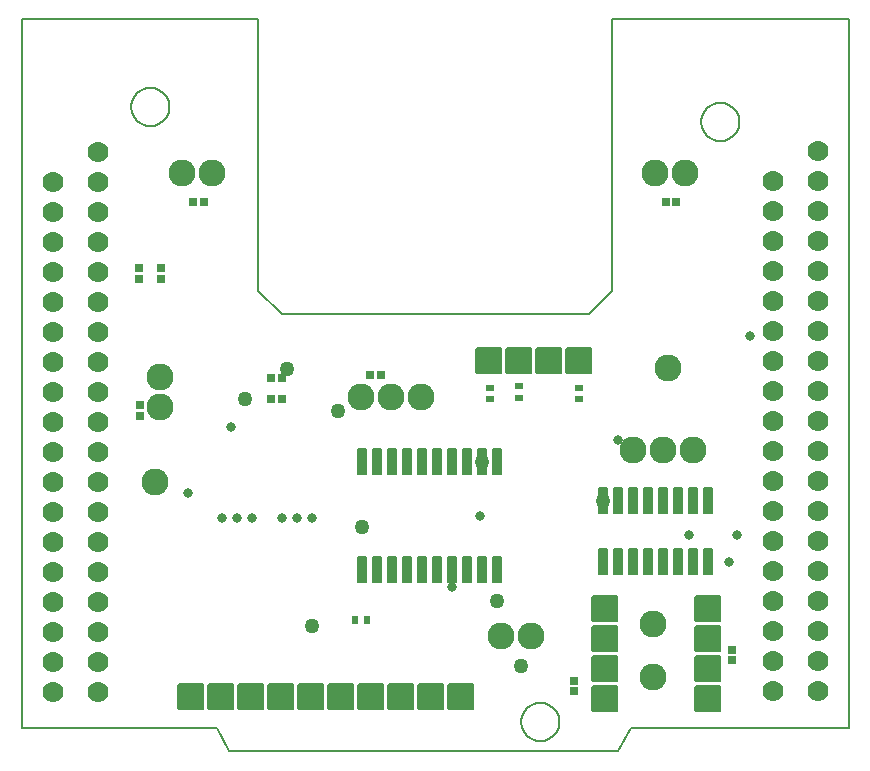
<source format=gbr>
G04 PROTEUS GERBER X2 FILE*
%TF.GenerationSoftware,Labcenter,Proteus,8.12-SP2-Build31155*%
%TF.CreationDate,2024-11-30T19:26:21+00:00*%
%TF.FileFunction,Soldermask,Bot*%
%TF.FilePolarity,Negative*%
%TF.Part,Single*%
%TF.SameCoordinates,{e6e8286e-83a0-46e7-8d5c-4e76f455a4ca}*%
%FSLAX45Y45*%
%MOMM*%
G01*
%TA.AperFunction,Material*%
%ADD26C,1.270000*%
%ADD27C,0.812800*%
%TA.AperFunction,Material*%
%ADD29C,1.778000*%
%AMPPAD022*
4,1,36,
1.016000,-1.143000,
-1.016000,-1.143000,
-1.041970,-1.140470,
-1.065980,-1.133200,
-1.087580,-1.121650,
-1.106290,-1.106290,
-1.121650,-1.087570,
-1.133200,-1.065980,
-1.140470,-1.041970,
-1.143000,-1.016000,
-1.143000,1.016000,
-1.140470,1.041970,
-1.133200,1.065980,
-1.121650,1.087570,
-1.106290,1.106290,
-1.087580,1.121650,
-1.065980,1.133200,
-1.041970,1.140470,
-1.016000,1.143000,
1.016000,1.143000,
1.041970,1.140470,
1.065980,1.133200,
1.087580,1.121650,
1.106290,1.106290,
1.121650,1.087570,
1.133200,1.065980,
1.140470,1.041970,
1.143000,1.016000,
1.143000,-1.016000,
1.140470,-1.041970,
1.133200,-1.065980,
1.121650,-1.087570,
1.106290,-1.106290,
1.087580,-1.121650,
1.065980,-1.133200,
1.041970,-1.140470,
1.016000,-1.143000,
0*%
%TA.AperFunction,Material*%
%ADD72PPAD022*%
%TA.AperFunction,Material*%
%ADD73C,2.286000*%
%AMPPAD024*
4,1,36,
-1.143000,-1.016000,
-1.143000,1.016000,
-1.140470,1.041970,
-1.133200,1.065980,
-1.121650,1.087580,
-1.106290,1.106290,
-1.087570,1.121650,
-1.065980,1.133200,
-1.041970,1.140470,
-1.016000,1.143000,
1.016000,1.143000,
1.041970,1.140470,
1.065980,1.133200,
1.087570,1.121650,
1.106290,1.106290,
1.121650,1.087580,
1.133200,1.065980,
1.140470,1.041970,
1.143000,1.016000,
1.143000,-1.016000,
1.140470,-1.041970,
1.133200,-1.065980,
1.121650,-1.087580,
1.106290,-1.106290,
1.087570,-1.121650,
1.065980,-1.133200,
1.041970,-1.140470,
1.016000,-1.143000,
-1.016000,-1.143000,
-1.041970,-1.140470,
-1.065980,-1.133200,
-1.087570,-1.121650,
-1.106290,-1.106290,
-1.121650,-1.087580,
-1.133200,-1.065980,
-1.140470,-1.041970,
-1.143000,-1.016000,
0*%
%TA.AperFunction,Material*%
%ADD30PPAD024*%
%AMPPAD029*
4,1,36,
0.317500,1.143000,
-0.317500,1.143000,
-0.343470,1.140470,
-0.367480,1.133200,
-0.389080,1.121650,
-0.407790,1.106290,
-0.423150,1.087570,
-0.434700,1.065980,
-0.441970,1.041970,
-0.444500,1.016000,
-0.444500,-1.016000,
-0.441970,-1.041970,
-0.434700,-1.065980,
-0.423150,-1.087570,
-0.407790,-1.106290,
-0.389080,-1.121650,
-0.367480,-1.133200,
-0.343470,-1.140470,
-0.317500,-1.143000,
0.317500,-1.143000,
0.343470,-1.140470,
0.367480,-1.133200,
0.389080,-1.121650,
0.407790,-1.106290,
0.423150,-1.087570,
0.434700,-1.065980,
0.441970,-1.041970,
0.444500,-1.016000,
0.444500,1.016000,
0.441970,1.041970,
0.434700,1.065980,
0.423150,1.087570,
0.407790,1.106290,
0.389080,1.121650,
0.367480,1.133200,
0.343470,1.140470,
0.317500,1.143000,
0*%
%TA.AperFunction,Material*%
%ADD35PPAD029*%
%AMPPAD030*
4,1,4,
-0.304800,0.279400,
-0.304800,-0.279400,
0.304800,-0.279400,
0.304800,0.279400,
-0.304800,0.279400,
0*%
%TA.AperFunction,Material*%
%ADD36PPAD030*%
%AMPPAD031*
4,1,4,
-0.304800,0.304800,
-0.304800,-0.304800,
0.304800,-0.304800,
0.304800,0.304800,
-0.304800,0.304800,
0*%
%ADD37PPAD031*%
%AMPPAD032*
4,1,4,
0.279400,0.304800,
-0.279400,0.304800,
-0.279400,-0.304800,
0.279400,-0.304800,
0.279400,0.304800,
0*%
%ADD38PPAD032*%
%TA.AperFunction,Profile*%
%ADD22C,0.203200*%
%TD.AperFunction*%
D26*
X+2674500Y+2682500D03*
X+4915500Y+1920350D03*
X+4229076Y+525366D03*
X+4020000Y+1070000D03*
X+2454500Y+862800D03*
X+3892000Y+2250000D03*
X+2247529Y+3040734D03*
D27*
X+1404500Y+1984000D03*
X+6167000Y+3317500D03*
X+3881000Y+1793500D03*
X+1692500Y+1777200D03*
X+1819500Y+1777200D03*
X+1946500Y+1777200D03*
X+2454500Y+1777200D03*
X+2327500Y+1777200D03*
X+2200499Y+1777200D03*
D26*
X+1889650Y+2786500D03*
X+2880500Y+1700500D03*
D27*
X+3770597Y+1335600D03*
X+5647570Y+1636007D03*
X+6050000Y+1630000D03*
X+5990000Y+1400000D03*
X+5042500Y+1399650D03*
X+3637907Y+1187968D03*
X+1770000Y+2550000D03*
X+5046654Y+2434814D03*
D29*
X+641000Y+4876000D03*
X+260000Y+4622000D03*
X+641000Y+4622000D03*
X+260000Y+4368000D03*
X+641000Y+4368000D03*
X+260000Y+4114000D03*
X+641000Y+4114000D03*
X+260000Y+3860000D03*
X+641000Y+3860000D03*
X+260000Y+3606000D03*
X+641000Y+3606000D03*
X+260000Y+3352000D03*
X+641000Y+3352000D03*
X+260000Y+3098000D03*
X+641000Y+3098000D03*
X+260000Y+2844000D03*
X+641000Y+2844000D03*
X+260000Y+2590000D03*
X+641000Y+2590000D03*
X+260000Y+2336000D03*
X+641000Y+2336000D03*
X+260000Y+2082000D03*
X+641000Y+2082000D03*
X+260000Y+1828000D03*
X+641000Y+1828000D03*
X+260000Y+1574000D03*
X+641000Y+1574000D03*
X+260000Y+1320000D03*
X+641000Y+1320000D03*
X+260000Y+1066000D03*
X+641000Y+1066000D03*
X+260000Y+812000D03*
X+641000Y+812000D03*
X+260000Y+558000D03*
X+641000Y+558000D03*
X+260000Y+304000D03*
X+641000Y+304000D03*
X+6737000Y+4880000D03*
X+6356000Y+4626000D03*
X+6737000Y+4626000D03*
X+6356000Y+4372000D03*
X+6737000Y+4372000D03*
X+6356000Y+4118000D03*
X+6737000Y+4118000D03*
X+6356000Y+3864000D03*
X+6737000Y+3864000D03*
X+6356000Y+3610000D03*
X+6737000Y+3610000D03*
X+6356000Y+3356000D03*
X+6737000Y+3356000D03*
X+6356000Y+3102000D03*
X+6737000Y+3102000D03*
X+6356000Y+2848000D03*
X+6737000Y+2848000D03*
X+6356000Y+2594000D03*
X+6737000Y+2594000D03*
X+6356000Y+2340000D03*
X+6737000Y+2340000D03*
X+6356000Y+2086000D03*
X+6737000Y+2086000D03*
X+6356000Y+1832000D03*
X+6737000Y+1832000D03*
X+6356000Y+1578000D03*
X+6737000Y+1578000D03*
X+6356000Y+1324000D03*
X+6737000Y+1324000D03*
X+6356000Y+1070000D03*
X+6737000Y+1070000D03*
X+6356000Y+816000D03*
X+6737000Y+816000D03*
X+6356000Y+562000D03*
X+6737000Y+562000D03*
X+6356000Y+308000D03*
X+6737000Y+308000D03*
D72*
X+3720000Y+260000D03*
X+3466000Y+260000D03*
X+3212000Y+260000D03*
X+2958000Y+260000D03*
X+2704000Y+260000D03*
X+2450000Y+260000D03*
X+2196000Y+260000D03*
X+1942000Y+260000D03*
X+1688000Y+260000D03*
X+1434000Y+260000D03*
D73*
X+1610000Y+4700000D03*
X+1356000Y+4700000D03*
X+2869500Y+2802800D03*
X+3123500Y+2802800D03*
X+3377500Y+2802800D03*
X+1170000Y+2974000D03*
X+1170000Y+2720000D03*
D72*
X+4720500Y+3107200D03*
X+4466500Y+3107200D03*
X+4212500Y+3107200D03*
X+3958500Y+3107200D03*
D73*
X+5176000Y+2350000D03*
X+5430000Y+2350000D03*
X+5684000Y+2350000D03*
D30*
X+5810000Y+242000D03*
X+5810000Y+496000D03*
X+5810000Y+750000D03*
X+5810000Y+1004000D03*
D73*
X+4056000Y+780000D03*
X+4310000Y+780000D03*
D30*
X+4940000Y+240000D03*
X+4940000Y+494000D03*
X+4940000Y+748000D03*
X+4940000Y+1002000D03*
D73*
X+5610000Y+4700000D03*
X+5356000Y+4700000D03*
D35*
X+4915500Y+1920350D03*
X+5042500Y+1920350D03*
X+5169500Y+1920350D03*
X+5296500Y+1920350D03*
X+5423500Y+1920350D03*
X+5550500Y+1920350D03*
X+5677500Y+1920350D03*
X+5804500Y+1920350D03*
X+5804500Y+1399650D03*
X+5677500Y+1399650D03*
X+5550500Y+1399650D03*
X+5423500Y+1399650D03*
X+5296500Y+1399650D03*
X+5169500Y+1399650D03*
X+5042500Y+1399650D03*
X+4915500Y+1399650D03*
X+4019000Y+1335600D03*
X+3892000Y+1335600D03*
X+3765000Y+1335600D03*
X+3638000Y+1335600D03*
X+3511000Y+1335600D03*
X+3384000Y+1335600D03*
X+3257000Y+1335600D03*
X+3130000Y+1335600D03*
X+3003000Y+1335600D03*
X+2876000Y+1335600D03*
X+2876000Y+2250000D03*
X+3003000Y+2250000D03*
X+3130000Y+2250000D03*
X+3257000Y+2250000D03*
X+3384000Y+2250000D03*
X+3511000Y+2250000D03*
X+3638000Y+2250000D03*
X+3765000Y+2250000D03*
X+3892000Y+2250000D03*
X+4019000Y+2250000D03*
D36*
X+3960000Y+2880000D03*
X+3960000Y+2780000D03*
X+4210000Y+2890000D03*
X+4210000Y+2790000D03*
X+4720000Y+2880000D03*
X+4720000Y+2780000D03*
D37*
X+2110000Y+2780000D03*
X+2200000Y+2780000D03*
X+2110000Y+2960000D03*
X+2200000Y+2960000D03*
X+990000Y+3800000D03*
X+990000Y+3890000D03*
X+1180000Y+3800000D03*
X+1180000Y+3890000D03*
X+1000000Y+2730000D03*
X+1000000Y+2640000D03*
X+5540000Y+4450000D03*
X+5450000Y+4450000D03*
X+1540000Y+4450000D03*
X+1450000Y+4450000D03*
D38*
X+2920000Y+910000D03*
X+2820000Y+910000D03*
D37*
X+6010000Y+660000D03*
X+6010000Y+570000D03*
X+4670000Y+310000D03*
X+4670000Y+400000D03*
D73*
X+5340000Y+880000D03*
X+5340000Y+430000D03*
X+5470000Y+3050000D03*
X+1130000Y+2080000D03*
D37*
X+3040000Y+2990000D03*
X+2950000Y+2990000D03*
D22*
X+0Y+0D02*
X+1650000Y+0D01*
X+7000000Y+0D02*
X+7000000Y+6000000D01*
X+5000000Y+6000000D01*
X+5000000Y+3700000D01*
X+4800000Y+3500000D01*
X+2200000Y+3500000D01*
X+2000000Y+3700000D02*
X+2000000Y+6000000D01*
X+0Y+6000000D01*
X+0Y+0D01*
X+2000000Y+3700000D02*
X+2200000Y+3500000D01*
X+5160000Y+0D02*
X+7000000Y+0D01*
X+1750000Y-200000D02*
X+5050000Y-200000D01*
X+1650000Y+0D02*
X+1750000Y-200000D01*
X+5160000Y+0D02*
X+5050000Y-200000D01*
X+4550045Y+50000D02*
X+4549508Y+63142D01*
X+4545144Y+89427D01*
X+4536029Y+115712D01*
X+4521182Y+141997D01*
X+4498470Y+168118D01*
X+4472185Y+187898D01*
X+4445900Y+200658D01*
X+4419615Y+208108D01*
X+4393330Y+210987D01*
X+4389000Y+211045D01*
X+4227955Y+50000D02*
X+4228492Y+63142D01*
X+4232856Y+89427D01*
X+4241971Y+115712D01*
X+4256818Y+141997D01*
X+4279530Y+168118D01*
X+4305815Y+187898D01*
X+4332100Y+200658D01*
X+4358385Y+208108D01*
X+4384670Y+210987D01*
X+4389000Y+211045D01*
X+4227955Y+50000D02*
X+4228492Y+36858D01*
X+4232856Y+10573D01*
X+4241971Y-15712D01*
X+4256818Y-41997D01*
X+4279530Y-68118D01*
X+4305815Y-87898D01*
X+4332100Y-100658D01*
X+4358385Y-108108D01*
X+4384670Y-110987D01*
X+4389000Y-111045D01*
X+4550045Y+50000D02*
X+4549508Y+36858D01*
X+4545144Y+10573D01*
X+4536029Y-15712D01*
X+4521182Y-41997D01*
X+4498470Y-68118D01*
X+4472185Y-87898D01*
X+4445900Y-100658D01*
X+4419615Y-108108D01*
X+4393330Y-110987D01*
X+4389000Y-111045D01*
X+6074045Y+5130000D02*
X+6073508Y+5143142D01*
X+6069144Y+5169427D01*
X+6060029Y+5195712D01*
X+6045182Y+5221997D01*
X+6022470Y+5248118D01*
X+5996185Y+5267898D01*
X+5969900Y+5280658D01*
X+5943615Y+5288108D01*
X+5917330Y+5290987D01*
X+5913000Y+5291045D01*
X+5751955Y+5130000D02*
X+5752492Y+5143142D01*
X+5756856Y+5169427D01*
X+5765971Y+5195712D01*
X+5780818Y+5221997D01*
X+5803530Y+5248118D01*
X+5829815Y+5267898D01*
X+5856100Y+5280658D01*
X+5882385Y+5288108D01*
X+5908670Y+5290987D01*
X+5913000Y+5291045D01*
X+5751955Y+5130000D02*
X+5752492Y+5116858D01*
X+5756856Y+5090573D01*
X+5765971Y+5064288D01*
X+5780818Y+5038003D01*
X+5803530Y+5011882D01*
X+5829815Y+4992102D01*
X+5856100Y+4979342D01*
X+5882385Y+4971892D01*
X+5908670Y+4969013D01*
X+5913000Y+4968955D01*
X+6074045Y+5130000D02*
X+6073508Y+5116858D01*
X+6069144Y+5090573D01*
X+6060029Y+5064288D01*
X+6045182Y+5038003D01*
X+6022470Y+5011882D01*
X+5996185Y+4992102D01*
X+5969900Y+4979342D01*
X+5943615Y+4971892D01*
X+5917330Y+4969013D01*
X+5913000Y+4968955D01*
X+1248045Y+5257000D02*
X+1247508Y+5270142D01*
X+1243144Y+5296427D01*
X+1234029Y+5322712D01*
X+1219182Y+5348997D01*
X+1196470Y+5375118D01*
X+1170185Y+5394898D01*
X+1143900Y+5407658D01*
X+1117615Y+5415108D01*
X+1091330Y+5417987D01*
X+1087000Y+5418045D01*
X+925955Y+5257000D02*
X+926492Y+5270142D01*
X+930856Y+5296427D01*
X+939971Y+5322712D01*
X+954818Y+5348997D01*
X+977530Y+5375118D01*
X+1003815Y+5394898D01*
X+1030100Y+5407658D01*
X+1056385Y+5415108D01*
X+1082670Y+5417987D01*
X+1087000Y+5418045D01*
X+925955Y+5257000D02*
X+926492Y+5243858D01*
X+930856Y+5217573D01*
X+939971Y+5191288D01*
X+954818Y+5165003D01*
X+977530Y+5138882D01*
X+1003815Y+5119102D01*
X+1030100Y+5106342D01*
X+1056385Y+5098892D01*
X+1082670Y+5096013D01*
X+1087000Y+5095955D01*
X+1248045Y+5257000D02*
X+1247508Y+5243858D01*
X+1243144Y+5217573D01*
X+1234029Y+5191288D01*
X+1219182Y+5165003D01*
X+1196470Y+5138882D01*
X+1170185Y+5119102D01*
X+1143900Y+5106342D01*
X+1117615Y+5098892D01*
X+1091330Y+5096013D01*
X+1087000Y+5095955D01*
M02*

</source>
